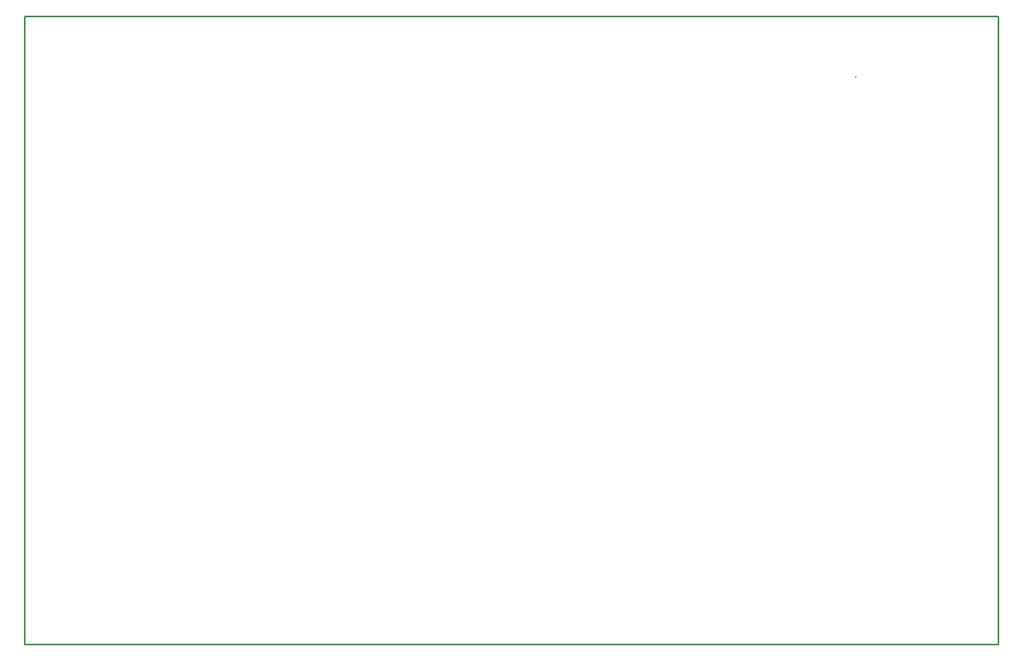
<source format=gm1>
G04 #@! TF.GenerationSoftware,KiCad,Pcbnew,(2017-01-15 revision 8ac4790)-master*
G04 #@! TF.CreationDate,2017-01-26T15:31:56+02:00*
G04 #@! TF.ProjectId,MM3,4D4D332E6B696361645F706362000000,rev?*
G04 #@! TF.FileFunction,Profile,NP*
%FSLAX46Y46*%
G04 Gerber Fmt 4.6, Leading zero omitted, Abs format (unit mm)*
G04 Created by KiCad (PCBNEW (2017-01-15 revision 8ac4790)-master) date Thu Jan 26 15:31:56 2017*
%MOMM*%
%LPD*%
G01*
G04 APERTURE LIST*
%ADD10C,0.100000*%
%ADD11C,0.150000*%
G04 APERTURE END LIST*
D10*
D11*
X-4950000Y-7600000D02*
X-4950000Y56900000D01*
X-4950000Y56900000D02*
X94950000Y56900000D01*
X94950000Y-7600000D02*
X-4950000Y-7600000D01*
X40532500Y-7592000D02*
X40532500Y-7592000D01*
X94950000Y56900000D02*
X94950000Y-7600000D01*
X80283500Y50764500D02*
X80283500Y50764500D01*
M02*

</source>
